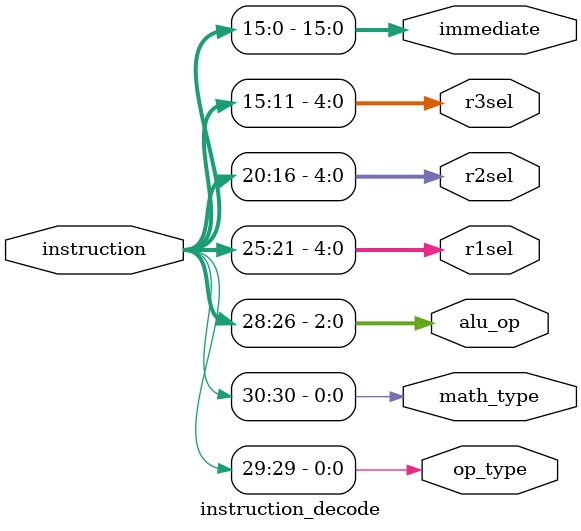
<source format=v>
`timescale 1ns / 1ps
module instruction_decode(
    output op_type,
    output math_type,
    output [2:0] alu_op,
    output [4:0] r1sel,
    output [4:0] r2sel,
    output [4:0] r3sel,
    output [15:0] immediate,
    input [31:0] instruction
);


assign math_type = instruction[30];
assign op_type = instruction[29];
assign alu_op = instruction[28:26];
assign r1sel = instruction[25:21];
assign r2sel = instruction[20:16];
assign r3sel = instruction[15:11];
assign immediate = instruction[15:0];

endmodule

</source>
